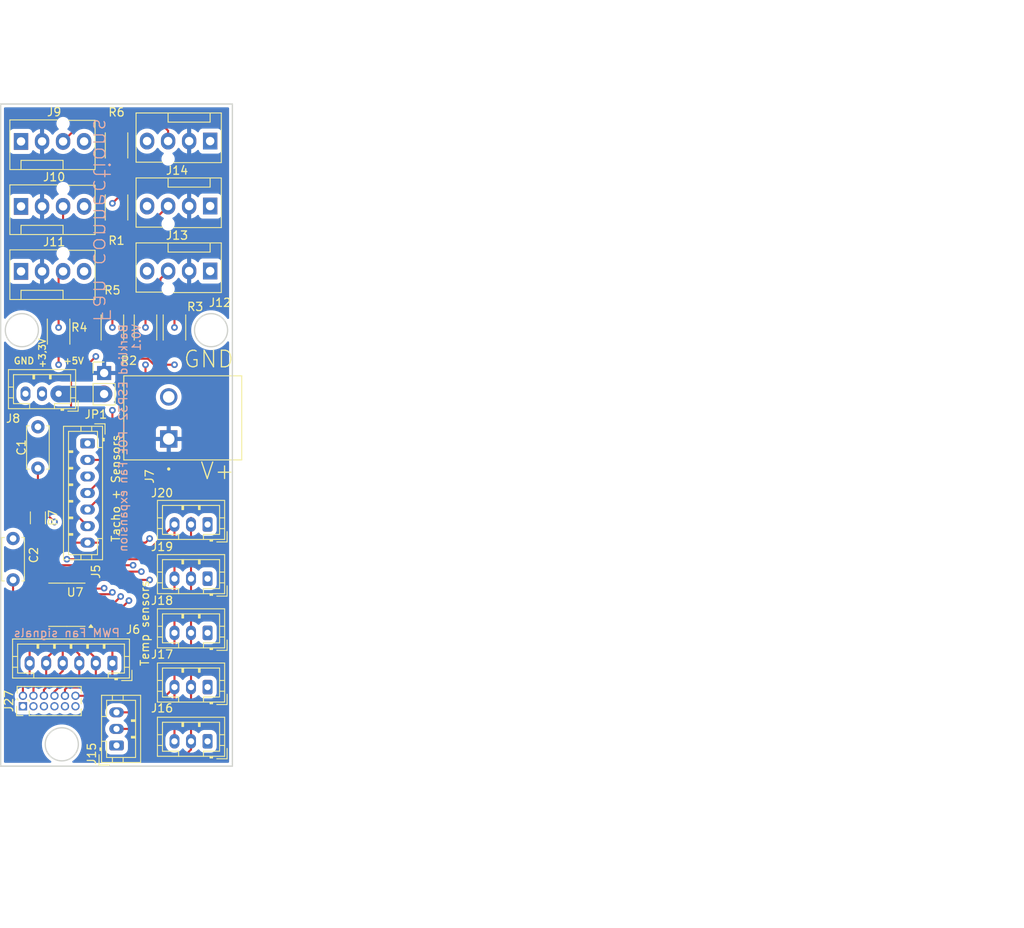
<source format=kicad_pcb>
(kicad_pcb (version 20240108) (generator "pcbnew") (generator_version "8.0")
  (layers (0 "F.Cu" signal) (1 "In1.Cu" signal) (2 "In2.Cu" signal) (31 "B.Cu" signal) (34 "B.Paste" user) (35 "F.Paste" user) (36 "B.SilkS" user "B.Silkscreen") (37 "F.SilkS" user "F.Silkscreen") (38 "B.Mask" user) (39 "F.Mask" user) (44 "Edge.Cuts" user))
  (net 0 "")
  (net 1 "Net-(J12-Pin_3)")
  (net 2 "Net-(J11-Pin_3)")
  (net 3 "Net-(J13-Pin_3)")
  (net 4 "Net-(J5-Pin_1)")
  (net 5 "Net-(J14-Pin_3)")
  (net 6 "Net-(J10-Pin_3)")
  (net 7 "Net-(J15-Pin_2)")
  (net 8 "Net-(J27-Pin_10)")
  (net 9 "Net-(J27-Pin_8)")
  (net 10 "Net-(J27-Pin_12)")
  (net 11 "Net-(J9-Pin_4)")
  (net 12 "/Signal conditioning/GND")
  (net 13 "Net-(J10-Pin_4)")
  (net 14 "Net-(J11-Pin_4)")
  (net 15 "Net-(J12-Pin_4)")
  (net 16 "Net-(J13-Pin_4)")
  (net 17 "Net-(J14-Pin_4)")
  (net 18 "Net-(J15-Pin_3)")
  (net 19 "/Signal conditioning/Supply5V")
  (net 20 "/Signal conditioning/FanSupply")
  (net 21 "Net-(J27-Pin_2)")
  (net 22 "Net-(J27-Pin_6)")
  (net 23 "Net-(J27-Pin_4)")
  (footprint "Connector_JST:JST_PH_B3B-PH-K_1x03_P2.00mm_Vertical" (layer "F.Cu") (at 166 108.4 180)
    (property "Reference" "J18" (at 5.5 3.9 0) (layer "F.SilkS"))
    (property "Value" "Conn_01x03_Pin" (hide yes))
    (pad "1" thru_hole roundrect (at 0 0 180) (size 1.2 1.75) (drill 0.75) (layers "*.Cu" "*.Mask") (roundrect_rratio 0.208333) (net 12 "/Signal conditioning/GND"))
    (pad "2" thru_hole oval (at 2 0 180) (size 1.2 1.75) (drill 0.75) (layers "*.Cu" "*.Mask") (net 7 "Net-(J15-Pin_2)"))
    (pad "3" thru_hole oval (at 4 0 180) (size 1.2 1.75) (drill 0.75) (layers "*.Cu" "*.Mask") (net 18 "Net-(J15-Pin_3)"))
  )
  (footprint "Connector:FanPinHeader_1x04_P2.54mm_Vertical" (layer "F.Cu") (at 143.46 64.72)
    (property "Reference" "J11" (at 4 -3.55 0) (layer "F.SilkS"))
    (property "Value" "Conn_01x04_Pin")
    (pad "" np_thru_hole circle (at 5.08 -2.16 90) (size 1.1 1.1) (drill 1.1) (layers "*.Cu" "*.Mask"))
    (pad "1" thru_hole rect (at 0 0 90) (size 2.03 1.73) (drill 1.02) (layers "*.Cu" "*.Mask") (net 12 "/Signal conditioning/GND"))
    (pad "2" thru_hole oval (at 2.54 0 90) (size 2.03 1.73) (drill 1.02) (layers "*.Cu" "*.Mask") (net 20 "/Signal conditioning/FanSupply"))
    (pad "3" thru_hole oval (at 5.08 0 90) (size 2.03 1.73) (drill 1.02) (layers "*.Cu" "*.Mask") (net 2 "Net-(J11-Pin_3)"))
    (pad "4" thru_hole oval (at 7.62 0 90) (size 2.03 1.73) (drill 1.02) (layers "*.Cu" "*.Mask") (net 14 "Net-(J11-Pin_4)"))
  )
  (footprint "Connector:FanPinHeader_1x04_P2.54mm_Vertical" (layer "F.Cu") (at 143.46 49.02)
    (property "Reference" "J9" (at 4 -3.55 0) (layer "F.SilkS"))
    (property "Value" "Conn_01x04_Pin")
    (pad "" np_thru_hole circle (at 5.08 -2.16 90) (size 1.1 1.1) (drill 1.1) (layers "*.Cu" "*.Mask"))
    (pad "1" thru_hole rect (at 0 0 90) (size 2.03 1.73) (drill 1.02) (layers "*.Cu" "*.Mask") (net 12 "/Signal conditioning/GND"))
    (pad "2" thru_hole oval (at 2.54 0 90) (size 2.03 1.73) (drill 1.02) (layers "*.Cu" "*.Mask") (net 20 "/Signal conditioning/FanSupply"))
    (pad "3" thru_hole oval (at 5.08 0 90) (size 2.03 1.73) (drill 1.02) (layers "*.Cu" "*.Mask") (net 4 "Net-(J5-Pin_1)"))
    (pad "4" thru_hole oval (at 7.62 0 90) (size 2.03 1.73) (drill 1.02) (layers "*.Cu" "*.Mask") (net 11 "Net-(J9-Pin_4)"))
  )
  (footprint "Connector_JST:JST_PH_B7B-PH-K_1x07_P2.00mm_Vertical" (layer "F.Cu") (at 151.5 85.5 -90)
    (property "Reference" "J5" (at 15.5 -1 90) (layer "F.SilkS"))
    (property "Value" "Conn_01x07_Pin" (hide yes))
    (pad "1" thru_hole roundrect (at 0 0 270) (size 1.2 1.75) (drill 0.75) (layers "*.Cu" "*.Mask") (roundrect_rratio 0.208333) (net 4 "Net-(J5-Pin_1)"))
    (pad "2" thru_hole oval (at 2 0 270) (size 1.2 1.75) (drill 0.75) (layers "*.Cu" "*.Mask") (net 6 "Net-(J10-Pin_3)"))
    (pad "3" thru_hole oval (at 4 0 270) (size 1.2 1.75) (drill 0.75) (layers "*.Cu" "*.Mask") (net 2 "Net-(J11-Pin_3)"))
    (pad "4" thru_hole oval (at 6 0 270) (size 1.2 1.75) (drill 0.75) (layers "*.Cu" "*.Mask") (net 1 "Net-(J12-Pin_3)"))
    (pad "5" thru_hole oval (at 8 0 270) (size 1.2 1.75) (drill 0.75) (layers "*.Cu" "*.Mask") (net 3 "Net-(J13-Pin_3)"))
    (pad "6" thru_hole oval (at 10 0 270) (size 1.2 1.75) (drill 0.75) (layers "*.Cu" "*.Mask") (net 5 "Net-(J14-Pin_3)"))
    (pad "7" thru_hole oval (at 12 0 270) (size 1.2 1.75) (drill 0.75) (layers "*.Cu" "*.Mask") (net 7 "Net-(J15-Pin_2)"))
  )
  (footprint "Resistor_SMD:R_2010_5025Metric_Pad1.40x2.65mm_HandSolder" (layer "F.Cu") (at 155 57 90)
    (property "Reference" "R1" (at -4 0 180) (layer "F.SilkS"))
    (property "Value" "10k")
    (pad "1" smd roundrect (at -2.4 0 90) (size 1.4 2.65) (layers "F.Cu" "F.Paste" "F.Mask") (roundrect_rratio 0.178571) (net 18 "Net-(J15-Pin_3)"))
    (pad "2" smd roundrect (at 2.4 0 90) (size 1.4 2.65) (layers "F.Cu" "F.Paste" "F.Mask") (roundrect_rratio 0.178571) (net 5 "Net-(J14-Pin_3)"))
  )
  (footprint "Connector:FanPinHeader_1x04_P2.54mm_Vertical" (layer "F.Cu") (at 166.31 64.68 180)
    (property "Reference" "J12" (at -1.19 -3.82 180) (layer "F.SilkS"))
    (property "Value" "Conn_01x04_Pin")
    (pad "" np_thru_hole circle (at 5.08 -2.16 270) (size 1.1 1.1) (drill 1.1) (layers "*.Cu" "*.Mask"))
    (pad "1" thru_hole rect (at 0 0 270) (size 2.03 1.73) (drill 1.02) (layers "*.Cu" "*.Mask") (net 12 "/Signal conditioning/GND"))
    (pad "2" thru_hole oval (at 2.54 0 270) (size 2.03 1.73) (drill 1.02) (layers "*.Cu" "*.Mask") (net 20 "/Signal conditioning/FanSupply"))
    (pad "3" thru_hole oval (at 5.08 0 270) (size 2.03 1.73) (drill 1.02) (layers "*.Cu" "*.Mask") (net 1 "Net-(J12-Pin_3)"))
    (pad "4" thru_hole oval (at 7.62 0 270) (size 2.03 1.73) (drill 1.02) (layers "*.Cu" "*.Mask") (net 15 "Net-(J12-Pin_4)"))
  )
  (footprint "Resistor_SMD:R_2010_5025Metric_Pad1.40x2.65mm_HandSolder" (layer "F.Cu") (at 154.5 71.5 90)
    (property "Reference" "R5" (at 4.5 0 180) (layer "F.SilkS"))
    (property "Value" "10k")
    (pad "1" smd roundrect (at -2.4 0 90) (size 1.4 2.65) (layers "F.Cu" "F.Paste" "F.Mask") (roundrect_rratio 0.178571) (net 18 "Net-(J15-Pin_3)"))
    (pad "2" smd roundrect (at 2.4 0 90) (size 1.4 2.65) (layers "F.Cu" "F.Paste" "F.Mask") (roundrect_rratio 0.178571) (net 6 "Net-(J10-Pin_3)"))
  )
  (footprint "Connector_PinHeader_1.27mm:PinHeader_2x06_P1.27mm_Vertical" (layer "F.Cu") (at 143.69 117.27 90)
    (property "Reference" "J27" (at 0.635 -1.695 90) (layer "F.SilkS"))
    (property "Value" "Conn_02x06_Odd_Even")
    (pad "1" thru_hole rect (at 0 0 90) (size 1 1) (drill 0.65) (layers "*.Cu" "*.Mask") (net 12 "/Signal conditioning/GND"))
    (pad "2" thru_hole oval (at 1.27 0 90) (size 1 1) (drill 0.65) (layers "*.Cu" "*.Mask") (net 21 "Net-(J27-Pin_2)"))
    (pad "3" thru_hole oval (at 0 1.27 90) (size 1 1) (drill 0.65) (layers "*.Cu" "*.Mask") (net 12 "/Signal conditioning/GND"))
    (pad "4" thru_hole oval (at 1.27 1.27 90) (size 1 1) (drill 0.65) (layers "*.Cu" "*.Mask") (net 23 "Net-(J27-Pin_4)"))
    (pad "5" thru_hole oval (at 0 2.54 90) (size 1 1) (drill 0.65) (layers "*.Cu" "*.Mask") (net 12 "/Signal conditioning/GND"))
    (pad "6" thru_hole oval (at 1.27 2.54 90) (size 1 1) (drill 0.65) (layers "*.Cu" "*.Mask") (net 22 "Net-(J27-Pin_6)"))
    (pad "7" thru_hole oval (at 0 3.81 90) (size 1 1) (drill 0.65) (layers "*.Cu" "*.Mask") (net 12 "/Signal conditioning/GND"))
    (pad "8" thru_hole oval (at 1.27 3.81 90) (size 1 1) (drill 0.65) (layers "*.Cu" "*.Mask") (net 9 "Net-(J27-Pin_8)"))
    (pad "9" thru_hole oval (at 0 5.08 90) (size 1 1) (drill 0.65) (layers "*.Cu" "*.Mask") (net 12 "/Signal conditioning/GND"))
    (pad "10" thru_hole oval (at 1.27 5.08 90) (size 1 1) (drill 0.65) (layers "*.Cu" "*.Mask") (net 8 "Net-(J27-Pin_10)"))
    (pad "11" thru_hole oval (at 0 6.35 90) (size 1 1) (drill 0.65) (layers "*.Cu" "*.Mask") (net 12 "/Signal conditioning/GND"))
    (pad "12" thru_hole oval (at 1.27 6.35 90) (size 1 1) (drill 0.65) (layers "*.Cu" "*.Mask") (net 10 "Net-(J27-Pin_12)"))
  )
  (footprint "Connector_JST:JST_PH_B6B-PH-K_1x06_P2.00mm_Vertical" (layer "F.Cu") (at 154.5 112.05 180)
    (property "Reference" "J6" (at -2.5 4.05 0) (layer "F.SilkS"))
    (property "Value" "Conn_01x06_Pin" (hide yes))
    (pad "1" thru_hole roundrect (at 0 0 180) (size 1.2 1.75) (drill 0.75) (layers "*.Cu" "*.Mask") (roundrect_rratio 0.208333) (net 10 "Net-(J27-Pin_12)"))
    (pad "2" thru_hole oval (at 2 0 180) (size 1.2 1.75) (drill 0.75) (layers "*.Cu" "*.Mask") (net 8 "Net-(J27-Pin_10)"))
    (pad "3" thru_hole oval (at 4 0 180) (size 1.2 1.75) (drill 0.75) (layers "*.Cu" "*.Mask") (net 9 "Net-(J27-Pin_8)"))
    (pad "4" thru_hole oval (at 6 0 180) (size 1.2 1.75) (drill 0.75) (layers "*.Cu" "*.Mask") (net 22 "Net-(J27-Pin_6)"))
    (pad "5" thru_hole oval (at 8 0 180) (size 1.2 1.75) (drill 0.75) (layers "*.Cu" "*.Mask") (net 23 "Net-(J27-Pin_4)"))
    (pad "6" thru_hole oval (at 10 0 180) (size 1.2 1.75) (drill 0.75) (layers "*.Cu" "*.Mask") (net 21 "Net-(J27-Pin_2)"))
  )
  (footprint "Connector:FanPinHeader_1x04_P2.54mm_Vertical" (layer "F.Cu") (at 166.31 56.83 180)
    (property "Reference" "J13" (at 4 -3.55 180) (layer "F.SilkS"))
    (property "Value" "Conn_01x04_Pin")
    (pad "" np_thru_hole circle (at 5.08 -2.16 270) (size 1.1 1.1) (drill 1.1) (layers "*.Cu" "*.Mask"))
    (pad "1" thru_hole rect (at 0 0 270) (size 2.03 1.73) (drill 1.02) (layers "*.Cu" "*.Mask") (net 12 "/Signal conditioning/GND"))
    (pad "2" thru_hole oval (at 2.54 0 270) (size 2.03 1.73) (drill 1.02) (layers "*.Cu" "*.Mask") (net 20 "/Signal conditioning/FanSupply"))
    (pad "3" thru_hole oval (at 5.08 0 270) (size 2.03 1.73) (drill 1.02) (layers "*.Cu" "*.Mask") (net 3 "Net-(J13-Pin_3)"))
    (pad "4" thru_hole oval (at 7.62 0 270) (size 2.03 1.73) (drill 1.02) (layers "*.Cu" "*.Mask") (net 16 "Net-(J13-Pin_4)"))
  )
  (footprint "Connector:FanPinHeader_1x04_P2.54mm_Vertical" (layer "F.Cu") (at 143.46 56.87)
    (property "Reference" "J10" (at 4 -3.55 0) (layer "F.SilkS"))
    (property "Value" "Conn_01x04_Pin")
    (pad "" np_thru_hole circle (at 5.08 -2.16 90) (size 1.1 1.1) (drill 1.1) (layers "*.Cu" "*.Mask"))
    (pad "1" thru_hole rect (at 0 0 90) (size 2.03 1.73) (drill 1.02) (layers "*.Cu" "*.Mask") (net 12 "/Signal conditioning/GND"))
    (pad "2" thru_hole oval (at 2.54 0 90) (size 2.03 1.73) (drill 1.02) (layers "*.Cu" "*.Mask") (net 20 "/Signal conditioning/FanSupply"))
    (pad "3" thru_hole oval (at 5.08 0 90) (size 2.03 1.73) (drill 1.02) (layers "*.Cu" "*.Mask") (net 6 "Net-(J10-Pin_3)"))
    (pad "4" thru_hole oval (at 7.62 0 90) (size 2.03 1.73) (drill 1.02) (layers "*.Cu" "*.Mask") (net 13 "Net-(J10-Pin_4)"))
  )
  (footprint "Connector_JST:JST_PH_B3B-PH-K_1x03_P2.00mm_Vertical" (layer "F.Cu") (at 148 79.5 180)
    (property "Reference" "J8" (at 5.5 -3 0) (layer "F.SilkS"))
    (property "Value" "Conn_01x03_Pin" (hide yes))
    (pad "1" thru_hole roundrect (at 0 0 180) (size 1.2 1.75) (drill 0.75) (layers "*.Cu" "*.Mask") (roundrect_rratio 0.208333) (net 19 "/Signal conditioning/Supply5V"))
    (pad "2" thru_hole oval (at 2 0 180) (size 1.2 1.75) (drill 0.75) (layers "*.Cu" "*.Mask") (net 18 "Net-(J15-Pin_3)"))
    (pad "3" thru_hole oval (at 4 0 180) (size 1.2 1.75) (drill 0.75) (layers "*.Cu" "*.Mask") (net 12 "/Signal conditioning/GND"))
  )
  (footprint "Connector_JST:JST_PH_B3B-PH-K_1x03_P2.00mm_Vertical" (layer "F.Cu") (at 166 121.5 180)
    (property "Reference" "J16" (at 5.5 4 0) (layer "F.SilkS"))
    (property "Value" "Conn_01x03_Pin" (hide yes))
    (pad "1" thru_hole roundrect (at 0 0 180) (size 1.2 1.75) (drill 0.75) (layers "*.Cu" "*.Mask") (roundrect_rratio 0.208333) (net 12 "/Signal conditioning/GND"))
    (pad "2" thru_hole oval (at 2 0 180) (size 1.2 1.75) (drill 0.75) (layers "*.Cu" "*.Mask") (net 7 "Net-(J15-Pin_2)"))
    (pad "3" thru_hole oval (at 4 0 180) (size 1.2 1.75) (drill 0.75) (layers "*.Cu" "*.Mask") (net 18 "Net-(J15-Pin_3)"))
  )
  (footprint "Phoenix:PHOENIX_1705469" (layer "F.Cu") (at 170.125 87.5 90)
    (property "Reference" "J7" (at -2 -11.125 90) (layer "F.SilkS"))
    (property "Value" "Conn_01x02_Pin")
    (pad "1" thru_hole rect (at 2.53 -8.82 90) (size 2.1 2.1) (drill 1.4) (layers "*.Cu" "*.Mask") (net 20 "/Signal conditioning/FanSupply"))
    (pad "2" thru_hole circle (at 7.61 -8.82 90) (size 2.1 2.1) (drill 1.4) (layers "*.Cu" "*.Mask") (net 12 "/Signal conditioning/GND"))
  )
  (footprint "Capacitor_THT:C_Disc_D5.0mm_W2.5mm_P5.00mm" (layer "F.Cu") (at 142.5 97 -90)
    (property "Reference" "C2" (at 2 -2.5 90) (layer "F.SilkS"))
    (property "Value" "100 nF")
    (pad "1" thru_hole circle (at 0 0 270) (size 1.6 1.6) (drill 0.8) (layers "*.Cu" "*.Mask") (net 12 "/Signal conditioning/GND"))
    (pad "2" thru_hole circle (at 5 0 270) (size 1.6 1.6) (drill 0.8) (layers "*.Cu" "*.Mask") (net 19 "/Signal conditioning/Supply5V"))
  )
  (footprint "Connector_JST:JST_PH_B3B-PH-K_1x03_P2.00mm_Vertical" (layer "F.Cu") (at 155 122 90)
    (property "Reference" "J15" (at -1 -3 90) (layer "F.SilkS"))
    (property "Value" "Conn_01x03_Pin" (hide yes))
    (pad "1" thru_hole roundrect (at 0 0 90) (size 1.2 1.75) (drill 0.75) (layers "*.Cu" "*.Mask") (roundrect_rratio 0.208333) (net 12 "/Signal conditioning/GND"))
    (pad "2" thru_hole oval (at 2 0 90) (size 1.2 1.75) (drill 0.75) (layers "*.Cu" "*.Mask") (net 7 "Net-(J15-Pin_2)"))
    (pad "3" thru_hole oval (at 4 0 90) (size 1.2 1.75) (drill 0.75) (layers "*.Cu" "*.Mask") (net 18 "Net-(J15-Pin_3)"))
  )
  (footprint "Resistor_SMD:R_2010_5025Metric_Pad1.40x2.65mm_HandSolder" (layer "F.Cu") (at 155 49.5 90)
    (property "Reference" "R6" (at 4 0 180) (layer "F.SilkS"))
    (property "Value" "10k")
    (pad "1" smd roundrect (at -2.4 0 90) (size 1.4 2.65) (layers "F.Cu" "F.Paste" "F.Mask") (roundrect_rratio 0.178571) (net 18 "Net-(J15-Pin_3)"))
    (pad "2" smd roundrect (at 2.4 0 90) (size 1.4 2.65) (layers "F.Cu" "F.Paste" "F.Mask") (roundrect_rratio 0.178571) (net 4 "Net-(J5-Pin_1)"))
  )
  (footprint "Resistor_SMD:R_1206_3216Metric_Pad1.30x1.75mm_HandSolder" (layer "F.Cu") (at 145.5 94.5 -90)
    (property "Reference" "R7" (at 0 -1.82 -90) (layer "F.SilkS"))
    (property "Value" "4,7k")
    (pad "1" smd roundrect (at -1.55 0 270) (size 1.3 1.75) (layers "F.Cu" "F.Paste" "F.Mask") (roundrect_rratio 0.192308) (net 18 "Net-(J15-Pin_3)"))
    (pad "2" smd roundrect (at 1.55 0 270) (size 1.3 1.75) (layers "F.Cu" "F.Paste" "F.Mask") (roundrect_rratio 0.192308) (net 7 "Net-(J15-Pin_2)"))
  )
  (footprint "Resistor_SMD:R_2010_5025Metric_Pad1.40x2.65mm_HandSolder" (layer "F.Cu") (at 162 71.5 90)
    (property "Reference" "R3" (at 2.5 2.5 180) (layer "F.SilkS"))
    (property "Value" "10k")
    (pad "1" smd roundrect (at -2.4 0 90) (size 1.4 2.65) (layers "F.Cu" "F.Paste" "F.Mask") (roundrect_rratio 0.178571) (net 18 "Net-(J15-Pin_3)"))
    (pad "2" smd roundrect (at 2.4 0 90) (size 1.4 2.65) (layers "F.Cu" "F.Paste" "F.Mask") (roundrect_rratio 0.178571) (net 1 "Net-(J12-Pin_3)"))
  )
  (footprint "Connector_JST:JST_PH_B3B-PH-K_1x03_P2.00mm_Vertical" (layer "F.Cu") (at 166 114.95 180)
    (property "Reference" "J17" (at 5.5 3.95 0) (layer "F.SilkS"))
    (property "Value" "Conn_01x03_Pin" (hide yes))
    (pad "1" thru_hole roundrect (at 0 0 180) (size 1.2 1.75) (drill 0.75) (layers "*.Cu" "*.Mask") (roundrect_rratio 0.208333) (net 12 "/Signal conditioning/GND"))
    (pad "2" thru_hole oval (at 2 0 180) (size 1.2 1.75) (drill 0.75) (layers "*.Cu" "*.Mask") (net 7 "Net-(J15-Pin_2)"))
    (pad "3" thru_hole oval (at 4 0 180) (size 1.2 1.75) (drill 0.75) (layers "*.Cu" "*.Mask") (net 18 "Net-(J15-Pin_3)"))
  )
  (footprint "Package_SO:TSSOP-14_4.4x5mm_P0.65mm" (layer "F.Cu") (at 149 105 180)
    (property "Reference" "U7" (at -1 1.5 360) (layer "F.SilkS"))
    (property "Value" "74HCT04")
    (pad "1" smd roundrect (at -2.8625 -1.95 180) (size 1.475 0.4) (layers "F.Cu" "F.Paste" "F.Mask") (net 10 "Net-(J27-Pin_12)"))
    (pad "2" smd roundrect (at -2.8625 -1.3 180) (size 1.475 0.4) (layers "F.Cu" "F.Paste" "F.Mask") (net 11 "Net-(J9-Pin_4)"))
    (pad "3" smd roundrect (at -2.8625 -0.65 180) (size 1.475 0.4) (layers "F.Cu" "F.Paste" "F.Mask") (net 8 "Net-(J27-Pin_10)"))
    (pad "4" smd roundrect (at -2.8625 0 180) (size 1.475 0.4) (layers "F.Cu" "F.Paste" "F.Mask") (net 13 "Net-(J10-Pin_4)"))
    (pad "5" smd roundrect (at -2.8625 0.65 180) (size 1.475 0.4) (layers "F.Cu" "F.Paste" "F.Mask") (net 9 "Net-(J27-Pin_8)"))
    (pad "6" smd roundrect (at -2.8625 1.3 180) (size 1.475 0.4) (layers "F.Cu" "F.Paste" "F.Mask") (net 14 "Net-(J11-Pin_4)"))
    (pad "7" smd roundrect (at -2.8625 1.95 180) (size 1.475 0.4) (layers "F.Cu" "F.Paste" "F.Mask") (net 12 "/Signal conditioning/GND"))
    (pad "8" smd roundrect (at 2.8625 1.95 180) (size 1.475 0.4) (layers "F.Cu" "F.Paste" "F.Mask") (net 15 "Net-(J12-Pin_4)"))
    (pad "9" smd roundrect (at 2.8625 1.3 180) (size 1.475 0.4) (layers "F.Cu" "F.Paste" "F.Mask") (net 22 "Net-(J27-Pin_6)"))
    (pad "10" smd roundrect (at 2.8625 0.65 180) (size 1.475 0.4) (layers "F.Cu" "F.Paste" "F.Mask") (net 16 "Net-(J13-Pin_4)"))
    (pad "11" smd roundrect (at 2.8625 0 180) (size 1.475 0.4) (layers "F.Cu" "F.Paste" "F.Mask") (net 23 "Net-(J27-Pin_4)"))
    (pad "12" smd roundrect (at 2.8625 -0.65 180) (size 1.475 0.4) (layers "F.Cu" "F.Paste" "F.Mask") (net 17 "Net-(J14-Pin_4)"))
    (pad "13" smd roundrect (at 2.8625 -1.3 180) (size 1.475 0.4) (layers "F.Cu" "F.Paste" "F.Mask") (net 21 "Net-(J27-Pin_2)"))
    (pad "14" smd roundrect (at 2.8625 -1.95 180) (size 1.475 0.4) (layers "F.Cu" "F.Paste" "F.Mask") (net 19 "/Signal conditioning/Supply5V"))
  )
  (footprint "Connector_JST:JST_PH_B3B-PH-K_1x03_P2.00mm_Vertical" (layer "F.Cu") (at 166 95.3 180)
    (property "Reference" "J20" (at 5.5 3.8 0) (layer "F.SilkS"))
    (property "Value" "Conn_01x03_Pin" (hide yes))
    (pad "1" thru_hole roundrect (at 0 0 180) (size 1.2 1.75) (drill 0.75) (layers "*.Cu" "*.Mask") (roundrect_rratio 0.208333) (net 12 "/Signal conditioning/GND"))
    (pad "2" thru_hole oval (at 2 0 180) (size 1.2 1.75) (drill 0.75) (layers "*.Cu" "*.Mask") (net 7 "Net-(J15-Pin_2)"))
    (pad "3" thru_hole oval (at 4 0 180) (size 1.2 1.75) (drill 0.75) (layers "*.Cu" "*.Mask") (net 18 "Net-(J15-Pin_3)"))
  )
  (footprint "Capacitor_THT:C_Disc_D5.0mm_W2.5mm_P5.00mm" (layer "F.Cu") (at 145.5 83.5 -90)
    (property "Reference" "C1" (at 2.5 2 90) (layer "F.SilkS"))
    (property "Value" "100 nF")
    (pad "1" thru_hole circle (at 0 0 270) (size 1.6 1.6) (drill 0.8) (layers "*.Cu" "*.Mask") (net 12 "/Signal conditioning/GND"))
    (pad "2" thru_hole circle (at 5 0 270) (size 1.6 1.6) (drill 0.8) (layers "*.Cu" "*.Mask") (net 18 "Net-(J15-Pin_3)"))
  )
  (footprint "Connector_JST:JST_PH_B3B-PH-K_1x03_P2.00mm_Vertical" (layer "F.Cu") (at 166 101.85 180)
    (property "Reference" "J19" (at 5.5 3.85 0) (layer "F.SilkS"))
    (property "Value" "Conn_01x03_Pin" (hide yes))
    (pad "1" thru_hole roundrect (at 0 0 180) (size 1.2 1.75) (drill 0.75) (layers "*.Cu" "*.Mask") (roundrect_rratio 0.208333) (net 12 "/Signal conditioning/GND"))
    (pad "2" thru_hole oval (at 2 0 180) (size 1.2 1.75) (drill 0.75) (layers "*.Cu" "*.Mask") (net 7 "Net-(J15-Pin_2)"))
    (pad "3" thru_hole oval (at 4 0 180) (size 1.2 1.75) (drill 0.75) (layers "*.Cu" "*.Mask") (net 18 "Net-(J15-Pin_3)"))
  )
  (footprint "Resistor_SMD:R_2010_5025Metric_Pad1.40x2.65mm_HandSolder" (layer "F.Cu") (at 148 72 90)
    (property "Reference" "R4" (at 0.5 2.5 180) (layer "F.SilkS"))
    (property "Value" "10k")
    (pad "1" smd roundrect (at -2.4 0 90) (size 1.4 2.65) (layers "F.Cu" "F.Paste" "F.Mask") (roundrect_rratio 0.178571) (net 18 "Net-(J15-Pin_3)"))
    (pad "2" smd roundrect (at 2.4 0 90) (size 1.4 2.65) (layers "F.Cu" "F.Paste" "F.Mask") (roundrect_rratio 0.178571) (net 2 "Net-(J11-Pin_3)"))
  )
  (footprint "Connector:FanPinHeader_1x04_P2.54mm_Vertical" (layer "F.Cu") (at 166.31 48.98 180)
    (property "Reference" "J14" (at 4 -3.55 180) (layer "F.SilkS"))
    (property "Value" "Conn_01x04_Pin")
    (pad "" np_thru_hole circle (at 5.08 -2.16 270) (size 1.1 1.1) (drill 1.1) (layers "*.Cu" "*.Mask"))
    (pad "1" thru_hole rect (at 0 0 270) (size 2.03 1.73) (drill 1.02) (layers "*.Cu" "*.Mask") (net 12 "/Signal conditioning/GND"))
    (pad "2" thru_hole oval (at 2.54 0 270) (size 2.03 1.73) (drill 1.02) (layers "*.Cu" "*.Mask") (net 20 "/Signal conditioning/FanSupply"))
    (pad "3" thru_hole oval (at 5.08 0 270) (size 2.03 1.73) (drill 1.02) (layers "*.Cu" "*.Mask") (net 5 "Net-(J14-Pin_3)"))
    (pad "4" thru_hole oval (at 7.62 0 270) (size 2.03 1.73) (drill 1.02) (layers "*.Cu" "*.Mask") (net 17 "Net-(J14-Pin_4)"))
  )
  (footprint "Connector_PinHeader_2.54mm:PinHeader_1x02_P2.54mm_Vertical" (layer "F.Cu") (at 153.5 77)
    (property "Reference" "JP1" (at -1 5 0) (layer "F.SilkS"))
    (property "Value" "Jumper_2_Open" (hide yes))
    (pad "1" thru_hole rect (at 0 0) (size 1.7 1.7) (drill 1) (layers "*.Cu" "*.Mask") (net 20 "/Signal conditioning/FanSupply"))
    (pad "2" thru_hole oval (at 0 2.54) (size 1.7 1.7) (drill 1) (layers "*.Cu" "*.Mask") (net 19 "/Signal conditioning/Supply5V"))
  )
  (footprint "Resistor_SMD:R_2010_5025Metric_Pad1.40x2.65mm_HandSolder" (layer "F.Cu") (at 158.5 71.5 90)
    (property "Reference" "R2" (at -4 -2 0) (layer "F.SilkS"))
    (property "Value" "10k")
    (pad "1" smd roundrect (at -2.4 0 90) (size 1.4 2.65) (layers "F.Cu" "F.Paste" "F.Mask") (roundrect_rratio 0.178571) (net 18 "Net-(J15-Pin_3)"))
    (pad "2" smd roundrect (at 2.4 0 90) (size 1.4 2.65) (layers "F.Cu" "F.Paste" "F.Mask") (roundrect_rratio 0.178571) (net 3 "Net-(J13-Pin_3)"))
  )
  (gr_circle (center 143.56 71.825) (end 141.56 71.825) (stroke (width 0.16)) (fill none) (layer "Edge.Cuts"))
  (gr_line (start 141 44.5) (end 169 44.5) (stroke (width 0.16)) (layer "Edge.Cuts"))
  (gr_line (start 169 44.5) (end 169 124.5) (stroke (width 0.16)) (layer "Edge.Cuts"))
  (gr_circle (center 148.386 121.863) (end 146.386 121.863) (stroke (width 0.16)) (fill none) (layer "Edge.Cuts"))
  (gr_line (start 141 124.5) (end 141 44.5) (stroke (width 0.16)) (layer "Edge.Cuts"))
  (gr_circle (center 166.42 71.825) (end 164.42 71.825) (stroke (width 0.16)) (fill none) (layer "Edge.Cuts"))
  (gr_line (start 169 124.5) (end 141 124.5) (stroke (width 0.16)) (layer "Edge.Cuts"))
  (gr_text "Fan connections" (at 152 71 -90) (layer "B.SilkS") (effects (font (size 2 2)) (justify left bottom mirror)))
  (gr_text "Barklind ESP32-POE Fan expansion\nV0.1" (at 158 71 90) (layer "B.SilkS") (effects (font (size 1 1)) (justify left bottom mirror)))
  (gr_text "PWM Fan signals" (at 155.5 109 -0) (layer "B.SilkS") (effects (font (size 1 1)) (justify left bottom mirror)))
  (gr_text "V+" (at 165 90 0) (layer "F.SilkS") (effects (font (size 2 2)) (justify left bottom)))
  (gr_text "+3,3V" (at 146.5 76.5 90) (layer "F.SilkS") (effects (font (size 0.8 0.8)) (justify left bottom)))
  (gr_text "GND" (at 163 76.5 0) (layer "F.SilkS") (effects (font (size 2 2)) (justify left bottom)))
  (gr_text "Temp sensors" (at 159 112.5 90) (layer "F.SilkS") (effects (font (size 1 1)) (justify left bottom)))
  (gr_text "Tacho + Sensors" (at 155.5 97.5 90) (layer "F.SilkS") (effects (font (size 1 1)) (justify left bottom)))
  (gr_text "GND" (at 142.5 76 0) (layer "F.SilkS") (effects (font (size 0.8 0.8)) (justify left bottom)))
  (gr_text "+5V" (at 148.5 76 0) (layer "F.SilkS") (effects (font (size 0.8 0.8)) (justify left bottom)))
  (segment (start 161.5 69.1) (end 160.301 67.901) (width 0.25) (layer "F.Cu") (net 1))
  (segment (start 157.5 85.5) (end 151.5 91.5) (width 0.25) (layer "F.Cu") (net 1))
  (segment (start 157.725 75.275) (end 157.5 75.5) (width 0.25) (layer "F.Cu") (net 1))
  (segment (start 162 76) (end 159.525305 76) (width 0.25) (layer "F.Cu") (net 1))
  (segment (start 162 69.1) (end 162 71.5) (width 0.25) (layer "F.Cu") (net 1))
  (segment (start 159.525305 76) (end 158.800305 75.275) (width 0.25) (layer "F.Cu") (net 1))
  (segment (start 160.301 67.901) (end 160.301 65.609) (width 0.25) (layer "F.Cu") (net 1))
  (segment (start 158.800305 75.275) (end 157.725 75.275) (width 0.25) (layer "F.Cu") (net 1))
  (segment (start 157.5 75.5) (end 157.5 85.5) (width 0.25) (layer "F.Cu") (net 1))
  (segment (start 160.301 65.609) (end 161.23 64.68) (width 0.25) (layer "F.Cu") (net 1))
  (via (at 162 76) (size 0.8) (drill 0.4) (layers "F.Cu" "B.Cu") (net 1))
  (via (at 162 71.5) (size 0.8) (drill 0.4) (layers "F.Cu" "B.Cu") (net 1))
  (segment (start 148 69.6) (end 148 71.5) (width 0.25) (layer "F.Cu") (net 2))
  (segment (start 148 69.6) (end 148 65.26) (width 0.25) (layer "F.Cu") (net 2))
  (segment (start 148 65.26) (end 148.54 64.72) (width 0.25) (layer "F.Cu") (net 2))
  (via (at 148 71.5) (size 0.8) (drill 0.4) (layers "F.Cu" "B.Cu") (net 2))
  (segment (start 148 65.26) (end 148.54 64.72) (width 0.25) (layer "B.Cu") (net 2))
  (segment (start 158.5 69.1) (end 158.5 71.5) (width 0.25) (layer "F.Cu") (net 3))
  (segment (start 156 62.06) (end 161.23 56.83) (width 0.25) (layer "F.Cu") (net 3))
  (segment (start 156 67.1) (end 156 62.06) (width 0.25) (layer "F.Cu") (net 3))
  (segment (start 158 69.1) (end 156 67.1) (width 0.25) (layer "F.Cu") (net 3))
  (segment (start 158.5 76) (end 158.5 86.5) (width 0.25) (layer "F.Cu") (net 3))
  (segment (start 158.5 86.5) (end 151.5 93.5) (width 0.25) (layer "F.Cu") (net 3))
  (via (at 158.5 71.5) (size 0.8) (drill 0.4) (layers "F.Cu" "B.Cu") (net 3))
  (via (at 158.5 76) (size 0.8) (drill 0.4) (layers "F.Cu" "B.Cu") (net 3))
  (segment (start 155 47.1) (end 150.46 47.1) (width 0.25) (layer "F.Cu") (net 4))
  (segment (start 150.46 47.1) (end 148.54 49.02) (width 0.25) (layer "F.Cu") (net 4))
  (segment (start 157 53.1) (end 157 48) (width 0.25) (layer "F.Cu") (net 5))
  (segment (start 158 47) (end 160.5 47) (width 0.25) (layer "F.Cu") (net 5))
  (segment (start 155.5 54.6) (end 157 53.1) (width 0.25) (layer "F.Cu") (net 5))
  (segment (start 149.5 78) (end 149.5 81.5) (width 0.25) (layer "F.Cu") (net 5))
  (segment (start 160.5 47) (end 161.23 47.73) (width 0.25) (layer "F.Cu") (net 5))
  (segment (start 152.5 75) (end 149.5 78) (width 0.25) (layer "F.Cu") (net 5))
  (segment (start 149.5 81.5) (end 149.5 93.5) (width 0.25) (layer "F.Cu") (net 5))
  (segment (start 155.5 54.6) (end 155.5 55.5) (width 0.25) (layer "F.Cu") (net 5))
  (segment (start 155.5 55.5) (end 154.5 56.5) (width 0.25) (layer "F.Cu") (net 5))
  (segment (start 161.23 47.73) (end 161.23 48.98) (width 0.25) (layer "F.Cu") (net 5))
  (segment (start 157 48) (end 158 47) (width 0.25) (layer "F.Cu") (net 5))
  (segment (start 149.5 93.5) (end 151.5 95.5) (width 0.25) (layer "F.Cu") (net 5))
  (via (at 154.5 56.5) (size 0.8) (drill 0.4) (layers "F.Cu" "B.Cu") (net 5))
  (via (at 152.5 75) (size 0.8) (drill 0.4) (layers "F.Cu" "B.Cu") (net 5))
  (segment (start 154.5 86) (end 153 87.5) (width 0.25) (layer "F.Cu") (net 6))
  (segment (start 148.54 59.04) (end 150.5 61) (width 0.25) (layer "F.Cu") (net 6))
  (segment (start 153 61) (end 154.5 62.5) (width 0.25) (layer "F.Cu") (net 6))
  (segment (start 150.5 61) (end 153 61) (width 0.25) (layer "F.Cu") (net 6))
  (segment (start 154.5 81.5) (end 154.5 86) (width 0.25) (layer "F.Cu") (net 6))
  (segment (start 148.54 56.87) (end 148.54 59.04) (width 0.25) (layer "F.Cu") (net 6))
  (segment (start 154.5 62.5) (end 154.5 69.1) (width 0.25) (layer "F.Cu") (net 6))
  (segment (start 153 87.5) (end 151.5 87.5) (width 0.25) (layer "F.Cu") (net 6))
  (segment (start 154.5 69.1) (end 154.5 71.5) (width 0.25) (layer "F.Cu") (net 6))
  (via (at 154.5 71.5) (size 0.8) (drill 0.4) (layers "F.Cu" "B.Cu") (net 6))
  (via (at 154.5 81.5) (size 0.8) (drill 0.4) (layers "F.Cu" "B.Cu") (net 6))
  (segment (start 164 122.5) (end 164 121.5) (width 0.25) (layer "F.Cu") (net 7))
  (segment (start 160.5 123.5) (end 163 123.5) (width 0.25) (layer "F.Cu") (net 7))
  (segment (start 151.5 97.5) (end 149 97.5) (width 0.25) (layer "F.Cu") (net 7))
  (segment (start 147.55 96.05) (end 145.5 96.05) (width 0.25) (layer "F.Cu") (net 7))
  (segment (start 149 97.5) (end 147.55 96.05) (width 0.25) (layer "F.Cu") (net 7))
  (segment (start 158.5 97.5) (end 159 97) (width 0.25) (layer "F.Cu") (net 7))
  (segment (start 155 120) (end 159 120) (width 0.25) (layer "F.Cu") (net 7))
  (segment (start 159 122) (end 160.5 123.5) (width 0.25) (layer "F.Cu") (net 7))
  (segment (start 163 123.5) (end 164 122.5) (width 0.25) (layer "F.Cu") (net 7))
  (segment (start 164 101.85) (end 164 95.3) (width 0.25) (layer "F.Cu") (net 7))
  (segment (start 159 120) (end 159 122) (width 0.25) (layer "F.Cu") (net 7))
  (segment (start 164 121.5) (end 164 114.95) (width 0.25) (layer "F.Cu") (net 7))
  (segment (start 164 114.95) (end 164 108.4) (width 0.25) (layer "F.Cu") (net 7))
  (segment (start 151.5 97.5) (end 158.5 97.5) (width 0.25) (layer "F.Cu") (net 7))
  (segment (start 164 108.4) (end 164 101.85) (width 0.25) (layer "F.Cu") (net 7))
  (segment (start 164 94.5) (end 164 95.3) (width 0.25) (layer "F.Cu") (net 7))
  (via (at 159 97) (size 0.8) (drill 0.4) (layers "F.Cu" "B.Cu") (net 7))
  (segment (start 150 109) (end 150 106.5) (width 0.25) (layer "F.Cu") (net 8))
  (segment (start 151.5 115) (end 152.5 114) (width 0.25) (layer "F.Cu") (net 8))
  (segment (start 150.85 105.65) (end 151.8625 105.65) (width 0.25) (layer "F.Cu") (net 8))
  (segment (start 148.77 115.23) (end 149 115) (width 0.25) (layer "F.Cu") (net 8))
  (segment (start 152.5 112.05) (end 152.5 111.5) (width 0.25) (layer "F.Cu") (net 8))
  (segment (start 148.77 116) (end 148.77 115.23) (width 0.25) (layer "F.Cu") (net 8))
  (segment (start 152.5 114) (end 152.5 112.05) (width 0.25) (layer "F.Cu") (net 8))
  (segment (start 152.5 111.5) (end 150 109) (width 0.25) (layer "F.Cu") (net 8))
  (segment (start 150 106.5) (end 150.85 105.65) (width 0.25) (layer "F.Cu") (net 8))
  (segment (start 149 115) (end 151.5 115) (width 0.25) (layer "F.Cu") (net 8))
  (segment (start 147.5 115.5) (end 148.5 114.5) (width 0.25) (layer "F.Cu") (net 9))
  (segment (start 150.5 112.05) (end 150.5 111) (width 0.25) (layer "F.Cu") (net 9))
  (segment (start 148.5 114.5) (end 150 114.5) (width 0.25) (layer "F.Cu") (net 9))
  (segment (start 150.15 104.35) (end 151.8625 104.35) (width 0.25) (layer "F.Cu") (net 9))
  (segment (start 150 114.5) (end 150.5 114) (width 0.25) (layer "F.Cu") (net 9))
  (segment (start 147.5 116) (end 147.5 115.5) (width 0.25) (layer "F.Cu") (net 9))
  (segment (start 149.5 105) (end 150.15 104.35) (width 0.25) (layer "F.Cu") (net 9))
  (segment (start 149.5 110) (end 149.5 105) (width 0.25) (layer "F.Cu") (net 9))
  (segment (start 150.5 111) (end 149.5 110) (width 0.25) (layer "F.Cu") (net 9))
  (segment (start 150.5 114) (end 150.5 112.05) (width 0.25) (layer "F.Cu") (net 9))
  (segment (start 154.5 112.05) (end 154.5 107.5) (width 0.25) (layer "F.Cu") (net 10))
  (segment (start 152 116) (end 154.5 113.5) (width 0.25) (layer "F.Cu") (net 10))
  (segment (start 150.04 116) (end 152 116) (width 0.25) (layer "F.Cu") (net 10))
  (segment (start 153.95 106.95) (end 151.8625 106.95) (width 0.25) (layer "F.Cu") (net 10))
  (segment (start 154.5 113.5) (end 154.5 112.05) (width 0.25) (layer "F.Cu") (net 10))
  (segment (start 154.5 107.5) (end 153.95 106.95) (width 0.25) (layer "F.Cu") (net 10))
  (segment (start 151.8625 106.3) (end 154.7 106.3) (width 0.25) (layer "F.Cu") (net 11))
  (segment (start 154.7 106.3) (end 155.987348 105.012652) (width 0.25) (layer "F.Cu") (net 11))
  (segment (start 155.987348 105.012652) (end 156.5 104.5) (width 0.25) (layer "F.Cu") (net 11))
  (via (at 156.5 104.5) (size 0.8) (drill 0.4) (layers "F.Cu" "B.Cu") (net 11))
  (segment (start 153.45 103.05) (end 153.5 103) (width 0.25) (layer "F.Cu") (net 12))
  (segment (start 151.8625 103.05) (end 153.45 103.05) (width 0.25) (layer "F.Cu") (net 12))
  (via (at 153.5 103) (size 0.8) (drill 0.4) (layers "F.Cu" "B.Cu") (net 12))
  (segment (start 154.987348 104.512652) (end 155.5 104) (width 0.25) (layer "F.Cu") (net 13))
  (segment (start 151.8625 105) (end 154.5 105) (width 0.25) (layer "F.Cu") (net 13))
  (segment (start 154.5 105) (end 154.987348 104.512652) (width 0.25) (layer "F.Cu") (net 13))
  (via (at 155.5 104) (size 0.8) (drill 0.4) (layers "F.Cu" "B.Cu") (net 13))
  (segment (start 154.275 103.725) (end 154.5 103.5) (width 0.25) (layer "F.Cu") (net 14))
  (segment (start 151.8875 103.725) (end 154.275 103.725) (width 0.25) (layer "F.Cu") (net 14))
  (segment (start 151.8625 103.7) (end 151.8875 103.725) (width 0.25) (layer "F.Cu") (net 14))
  (via (at 154.5 103.5) (size 0.8) (drill 0.4) (layers "F.Cu" "B.Cu") (net 14))
  (segment (start 159 102) (end 148 102) (width 0.25) (layer "F.Cu") (net 15))
  (segment (start 148 102) (end 146.95 103.05) (width 0.25) (layer "F.Cu") (net 15))
  (segment (start 146.95 103.05) (end 146.1375 103.05) (width 0.25) (layer "F.Cu") (net 15))
  (via (at 159 102) (size 0.8) (drill 0.4) (layers "F.Cu" "B.Cu") (net 15))
  (segment (start 144.85 104.35) (end 144.5 104) (width 0.25) (layer "F.Cu") (net 16))
  (segment (start 144.5 103.5) (end 144.5 101.5) (width 0.25) (layer "F.Cu") (net 16))
  (segment (start 144.5 104) (end 144.5 103.5) (width 0.25) (layer "F.Cu") (net 16))
  (segment (start 144.5 101.5) (end 145 101) (width 0.25) (layer "F.Cu") (net 16))
  (segment (start 146.1375 104.35) (end 144.85 104.35) (width 0.25) (layer "F.Cu") (net 16))
  (segment (start 145 101) (end 158 101) (width 0.25) (layer "F.Cu") (net 16))
  (via (at 158 101) (size 0.8) (drill 0.4) (layers "F.Cu" "B.Cu") (net 16))
  (segment (start 157 100.225) (end 144.775 100.225) (width 0.25) (layer "F.Cu") (net 17))
  (segment (start 144.775 100.225) (end 144 101) (width 0.25) (layer "F.Cu") (net 17))
  (segment (start 144 101) (end 144 104.5) (width 0.25) (layer "F.Cu") (net 17))
  (segment (start 144 104.5) (end 145.15 105.65) (width 0.25) (layer "F.Cu") (net 17))
  (segment (start 145.15 105.65) (end 146.1375 105.65) (width 0.25) (layer "F.Cu") (net 17))
  (via (at 157 100.225) (size 0.8) (drill 0.4) (layers "F.Cu" "B.Cu") (net 17))
  (segment (start 155 118) (end 158.95 118) (width 0.25) (layer "F.Cu") (net 18))
  (segment (start 157.8 99.5) (end 162 95.3) (width 0.25) (layer "F.Cu") (net 18))
  (segment (start 148.5 73.9) (end 148 74.4) (width 0.25) (layer "F.Cu") (net 18))
  (segment (start 156.35 68.35) (end 156.35 72.05) (width 0.25) (layer "F.Cu") (net 18))
  (segment (start 162 121.5) (end 162 114.95) (width 0.25) (layer "F.Cu") (net 18))
  (segment (start 162 114.95) (end 162 108.4) (width 0.25) (layer "F.Cu") (net 18))
  (segment (start 155.5 59.4) (end 155.5 67.5) (width 0.25) (layer "F.Cu") (net 18))
  (segment (start 154.5 73.9) (end 148.5 73.9) (width 0.25) (layer "F.Cu") (net 18))
  (segment (start 153 56.9) (end 155.5 59.4) (width 0.25) (layer "F.Cu") (net 18))
  (segment (start 158.5 73.9) (end 154.5 73.9) (width 0.25) (layer "F.Cu") (net 18))
  (segment (start 155.5 67.5) (end 156.35 68.35) (width 0.25) (layer "F.Cu") (net 18))
  (segment (start 162 73.9) (end 158.5 73.9) (width 0.25) (layer "F.Cu") (net 18))
  (segment (start 149 99.5) (end 157.8 99.5) (width 0.25) (layer "F.Cu") (net 18))
  (segment (start 162 101.85) (end 162 95.3) (width 0.25) (layer "F.Cu") (net 18))
  (segment (start 148 74.4) (end 148 76) (width 0.25) (layer "F.Cu") (net 18))
  (segment (start 156.35 72.05) (end 154.5 73.9) (width 0.25) (layer "F.Cu") (net 18))
  (segment (start 145.5 92.95) (end 145.5 93) (width 0.25) (layer "F.Cu") (net 18))
  (segment (start 155 51.9) (end 153 53.9) (width 0.25) (layer "F.Cu") (net 18))
  (segment (start 162 108.4) (end 162 101.85) (width 0.25) (layer "F.Cu") (net 18))
  (segment (start 153 53.9) (end 153 56.9) (width 0.25) (layer "F.Cu") (net 18))
  (segment (start 145.5 93) (end 147.5 95) (width 0.25) (layer "F.Cu") (net 18))
  (segment (start 158.95 118) (end 162 114.95) (width 0.25) (layer "F.Cu") (net 18))
  (segment (start 145.5 92.95) (end 145.5 88.5) (width 0.25) (layer "F.Cu") (net 18))
  (via (at 148 76) (size 0.8) (drill 0.4) (layers "F.Cu" "B.Cu") (net 18))
  (via (at 149 99.5) (size 0.8) (drill 0.4) (layers "F.Cu" "B.Cu") (net 18))
  (via (at 147.5 95) (size 0.8) (drill 0.4) (layers "F.Cu" "B.Cu") (net 18))
  (segment (start 146.1375 106.95) (end 143.95 106.95) (width 0.25) (layer "F.Cu") (net 19))
  (segment (start 142.5 105.5) (end 142.5 102) (width 0.25) (layer "F.Cu") (net 19))
  (segment (start 143.95 106.95) (end 142.5 105.5) (width 0.25) (layer "F.Cu") (net 19))
  (segment (start 153.46 79.5) (end 153.5 79.54) (width 2) (layer "F.Cu") (net 19))
  (segment (start 153.5 79.54) (end 148.04 79.54) (width 2) (layer "B.Cu") (net 19))
  (segment (start 148.04 79.54) (end 148 79.5) (width 2) (layer "B.Cu") (net 19))
  (segment (start 146.1375 106.3) (end 147.3 106.3) (width 0.25) (layer "F.Cu") (net 21))
  (segment (start 143.69 116) (end 143.69 114.81) (width 0.25) (layer "F.Cu") (net 21))
  (segment (start 143.69 114.81) (end 144.5 114) (width 0.25) (layer "F.Cu") (net 21))
  (segment (start 147.3 106.3) (end 147.5 106.5) (width 0.25) (layer "F.Cu") (net 21))
  (segment (start 147.5 106.5) (end 147.5 107.5) (width 0.25) (layer "F.Cu") (net 21))
  (segment (start 147.5 107.5) (end 144.5 110.5) (width 0.25) (layer "F.Cu") (net 21))
  (segment (start 144.5 110.5) (end 144.5 112.05) (width 0.25) (layer "F.Cu") (net 21))
  (segment (start 144.5 114) (end 144.5 112.05) (width 0.25) (layer "F.Cu") (net 21))
  (segment (start 146.23 116) (end 146.23 115.27) (width 0.25) (layer "F.Cu") (net 22))
  (segment (start 148.5 104) (end 148.5 112.05) (width 0.25) (layer "F.Cu") (net 22))
  (segment (start 148.5 113) (end 148.5 112.05) (width 0.25) (layer "F.Cu") (net 22))
  (segment (start 148.2 103.7) (end 148.5 104) (width 0.25) (layer "F.Cu") (net 22))
  (segment (start 146.1375 103.7) (end 148.2 103.7) (width 0.25) (layer "F.Cu") (net 22))
  (segment (start 146.23 115.27) (end 148.5 113) (width 0.25) (layer "F.Cu") (net 22))
  (segment (start 146.5 111.5) (end 148 110) (width 0.25) (layer "F.Cu") (net 23))
  (segment (start 147.5 105) (end 146.1375 105) (width 0.25) (layer "F.Cu") (net 23))
  (segment (start 148 105.5) (end 147.5 105) (width 0.25) (layer "F.Cu") (net 23))
  (segment (start 146.5 113.5) (end 146.5 112.05) (width 0.25) (layer "F.Cu") (net 23))
  (segment (start 144.96 116) (end 144.96 115.04) (width 0.25) (layer "F.Cu") (net 23))
  (segment (start 144.96 115.04) (end 146.5 113.5) (width 0.25) (layer "F.Cu") (net 23))
  (segment (start 148 110) (end 148 105.5) (width 0.25) (layer "F.Cu") (net 23))
  (segment (start 146.5 112.05) (end 146.5 111.5) (width 0.25) (layer "F.Cu") (net 23))
  (zone (net 20) (net_name "/Signal conditioning/FanSupply") (layer "B.Cu") (connect_pads (clearance 0.5)) (min_thickness 0.25) (fill yes (thermal_gap 0.5) (thermal_bridge_width 0.5))
    (polygon (pts (xy 141 44.5) (xy 169 44.5) (xy 169 124.5) (xy 141 124.5)))
  )
)
</source>
